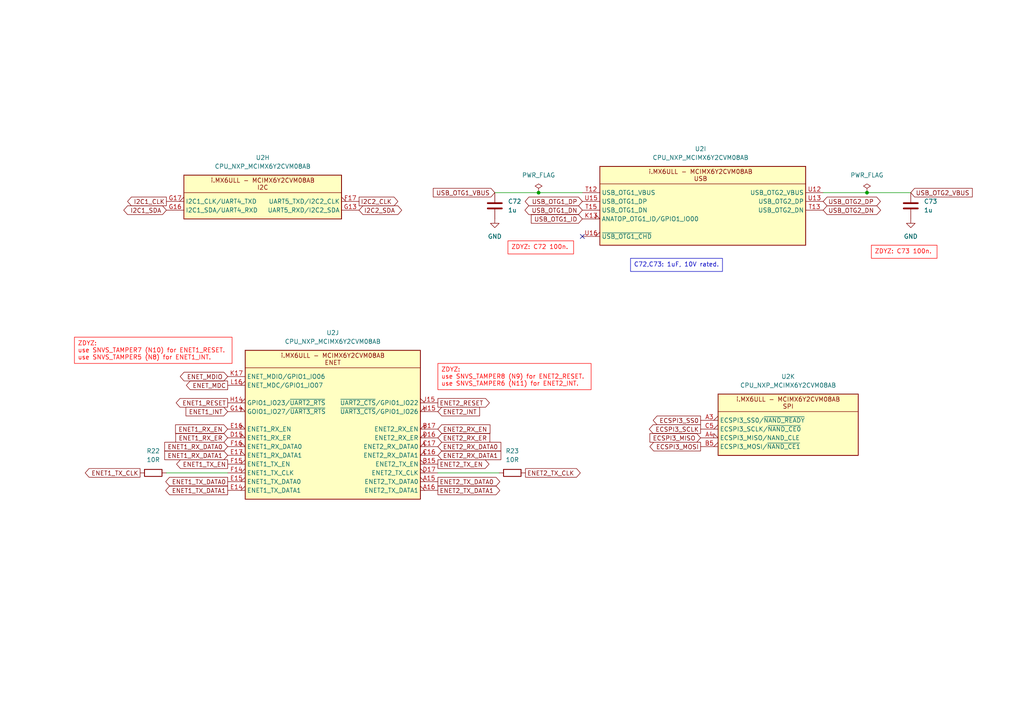
<source format=kicad_sch>
(kicad_sch (version 20231120) (generator "eeschema") (generator_version "8.0")
  (paper "A4")
  (title_block (title "i.MX6ULL Core - I2C USB ENET SPI") (date "2024-06-06") (rev "0.9.1"))
  (lib_symbols
    (symbol "Device:C" (pin_numbers hide) (pin_names (offset 0.254))
      (property "Reference" "C" (at 0.635 2.54 0))
      (property "Value" "C" (at 0.635 -2.54 0))
      (symbol "C_0_1"
        (polyline (pts (xy -2.032 -0.762) (xy 2.032 -0.762)) (stroke (width 0.508)))
        (polyline (pts (xy -2.032 0.762) (xy 2.032 0.762)) (stroke (width 0.508)))
      )
      (symbol "C_1_1"
        (pin passive line (at 0 3.81 270) (length 2.794) (name "~") (number "1"))
        (pin passive line (at 0 -3.81 90) (length 2.794) (name "~") (number "2"))
      )
    )
    (symbol "Device:R" (pin_numbers hide) (pin_names (offset 0))
      (property "Reference" "R" (at 2.032 0 90))
      (property "Value" "R" (at 0 0 90))
      (symbol "R_0_1"
        (rectangle (start -1.016 -2.54) (end 1.016 2.54) (stroke (width 0.254)))
      )
      (symbol "R_1_1"
        (pin passive line (at 0 3.81 270) (length 1.27) (name "~") (number "1"))
        (pin passive line (at 0 -3.81 90) (length 1.27) (name "~") (number "2"))
      )
    )
    (symbol "i.MX6ULL_Core:CPU_NXP_MCIMX6Y2CVM08AB"
      (property "Reference" "U" (at 0 0 0))
      (property "Value" "CPU_NXP_MCIMX6Y2CVM08AB" (at 0 54.61 0))
      (symbol "CPU_NXP_MCIMX6Y2CVM08AB_1_1"
        (unit_name "Unit A - PWR")
        (rectangle (start -20.32 44.45) (end 20.32 -44.45) (stroke (width 0.254)) (fill (type background)))
        (polyline (pts (xy -20.32 -36.83) (xy 20.32 -36.83)))
        (polyline (pts (xy -20.32 -27.94) (xy 20.32 -27.94)))
        (polyline (pts (xy -20.32 -6.35) (xy 20.32 -6.35)))
        (polyline (pts (xy -20.32 0) (xy 20.32 0)))
        (polyline (pts (xy -20.32 8.89) (xy 20.32 8.89)))
        (polyline (pts (xy -20.32 15.24) (xy 20.32 15.24)))
        (polyline (pts (xy -20.32 24.13) (xy 20.32 24.13)))
        (polyline (pts (xy -20.32 33.02) (xy 20.32 33.02)))
        (polyline (pts (xy -20.32 39.37) (xy 20.32 39.37)))
        (text "10pin" (at 5.08 20.32 0) (effects (font (size 1.27 1.27)) (justify right)))
        (text "2pin" (at 5.08 29.21 0) (effects (font (size 1.27 1.27)) (justify right)))
        (text "47pin" (at -15.24 -34.29 0) (effects (font (size 1.27 1.27)) (justify left)))
        (text "4pin" (at 5.08 17.78 0) (effects (font (size 1.27 1.27)) (justify right)))
        (text "6pin" (at -7.62 11.43 0) (effects (font (size 1.27 1.27)) (justify left)))
        (text "6pin" (at -7.62 20.32 0) (effects (font (size 1.27 1.27)) (justify left)))
        (text "ADC" (at 0 7.62 0) (effects (font (size 1.27 1.27))))
        (text "DRAM" (at 0 13.97 0) (effects (font (size 1.27 1.27))))
        (text "i.MX6ULL - MCIMX6Y2CVM08AB\nPWR" (at 0 41.91 0) (effects (font (size 1.27 1.27))))
        (text "LDO 2P5 1P1" (at 0 31.75 0) (effects (font (size 1.27 1.27))))
        (text private "NVCC_DRAM:\n	LPDDR2, 1.2V. DDR3L, 1.35V. DDR3, 1.5V\n\nNVCC_DRAM_2P5:\n	2.5V, Board-level connection to VDD_HIGH_CAP." (at 50.8 38.1 0) (effects (font (size 1.27 1.27)) (justify left top)))
        (text "LDO ARM SOC" (at 0 22.86 0) (effects (font (size 1.27 1.27))))
        (text "LDO SNVS" (at 0 38.1 0) (effects (font (size 1.27 1.27))))
        (text "NVCC_xxx" (at 0 -7.62 0) (effects (font (size 1.27 1.27))))
        (text private "Total: 92 pins." (at -20.32 45.72 0) (effects (font (size 1.27 1.27)) (justify left)))
        (text "Reserved" (at 0 -38.1 0) (effects (font (size 1.27 1.27))))
        (text "USB" (at 0 -1.27 0) (effects (font (size 1.27 1.27))))
        (text private "VDDA_ADC_3P3:\n	must be powered even\n	if the ADC is not used.\nADC_VREFH:\n	tied to VDDA_ADC_3P3.\n\nNGND_KEL0:\n	tied to GND.\n\nGPANIO:\n	reserved, unconnected." (at -76.2 38.1 0) (effects (font (size 1.27 1.27)) (justify left top)))
        (text "VSS" (at 0 -29.21 0) (effects (font (size 1.27 1.27))))
        (pin power_in line (at -25.4 -34.29 0) (length 5.08) (name "VSS") (number "A1"))
        (pin passive line (at -25.4 -34.29 0) (length 5.08) hide (name "VSS") (number "A17"))
        (pin passive line (at -25.4 -34.29 0) (length 5.08) hide (name "VSS") (number "C11"))
        (pin passive line (at -25.4 -34.29 0) (length 5.08) hide (name "VSS") (number "C15"))
        (pin passive line (at -25.4 -34.29 0) (length 5.08) hide (name "VSS") (number "C3"))
        (pin power_in line (at -25.4 -15.24 0) (length 5.08) (name "NVCC_SD1") (number "C4"))
        (pin passive line (at -25.4 -34.29 0) (length 5.08) hide (name "VSS") (number "C7"))
        (pin passive line (at -25.4 -34.29 0) (length 5.08) hide (name "VSS") (number "E11"))
        (pin power_in line (at -25.4 -20.32 0) (length 5.08) (name "NVCC_LCD") (number "E13"))
        (pin power_in line (at -25.4 -17.78 0) (length 5.08) (name "NVCC_NAND") (number "E7"))
        (pin passive line (at -25.4 -34.29 0) (length 5.08) hide (name "VSS") (number "E8"))
        (pin passive line (at -25.4 -34.29 0) (length 5.08) hide (name "VSS") (number "F10"))
        (pin passive line (at -25.4 -34.29 0) (length 5.08) hide (name "VSS") (number "F11"))
        (pin passive line (at -25.4 -34.29 0) (length 5.08) hide (name "VSS") (number "F12"))
        (pin power_in line (at -25.4 -22.86 0) (length 5.08) (name "NVCC_ENET") (number "F13"))
        (pin power_in line (at -25.4 -25.4 0) (length 5.08) (name "NVCC_CSI") (number "F4"))
        (pin passive line (at -25.4 -34.29 0) (length 5.08) hide (name "VSS") (number "F6"))
        (pin passive line (at -25.4 -34.29 0) (length 5.08) hide (name "VSS") (number "F7"))
        (pin passive line (at -25.4 -34.29 0) (length 5.08) hide (name "VSS") (number "F8"))
        (pin passive line (at -25.4 -34.29 0) (length 5.08) hide (name "VSS") (number "F9"))
        (pin passive line (at 25.4 17.78 180) (length 5.08) hide (name "VDD_ARM_CAP") (number "G10"))
        (pin passive line (at 25.4 17.78 180) (length 5.08) hide (name "VDD_ARM_CAP") (number "G11"))
        (pin passive line (at -25.4 -34.29 0) (length 5.08) hide (name "VSS") (number "G12"))
        (pin passive line (at -25.4 -34.29 0) (length 5.08) hide (name "VSS") (number "G15"))
        (pin passive line (at -25.4 -34.29 0) (length 5.08) hide (name "VSS") (number "G3"))
        (pin passive line (at -25.4 -34.29 0) (length 5.08) hide (name "VSS") (number "G5"))
        (pin power_in line (at -25.4 11.43 0) (length 5.08) (name "NVCC_DRAM") (number "G6"))
        (pin passive line (at -25.4 -34.29 0) (length 5.08) hide (name "VSS") (number "G7"))
        (pin power_out line (at 25.4 20.32 180) (length 5.08) (name "VDD_SOC_CAP") (number "G8"))
        (pin power_out line (at 25.4 17.78 180) (length 5.08) (name "VDD_ARM_CAP") (number "G9"))
        (pin passive line (at -25.4 20.32 0) (length 5.08) hide (name "VDD_SOC_IN") (number "H10"))
        (pin passive line (at 25.4 17.78 180) (length 5.08) hide (name "VDD_ARM_CAP") (number "H11"))
        (pin passive line (at -25.4 -34.29 0) (length 5.08) hide (name "VSS") (number "H12"))
        (pin power_in line (at -25.4 -10.16 0) (length 5.08) (name "NVCC_UART") (number "H13"))
        (pin passive line (at -25.4 11.43 0) (length 5.08) hide (name "NVCC_DRAM") (number "H6"))
        (pin passive line (at -25.4 -34.29 0) (length 5.08) hide (name "VSS") (number "H7"))
        (pin passive line (at 25.4 20.32 180) (length 5.08) hide (name "VDD_SOC_CAP") (number "H8"))
        (pin power_in line (at -25.4 20.32 0) (length 5.08) (name "VDD_SOC_IN") (number "H9"))
        (pin passive line (at -25.4 20.32 0) (length 5.08) hide (name "VDD_SOC_IN") (number "J10"))
        (pin passive line (at 25.4 20.32 180) (length 5.08) hide (name "VDD_SOC_CAP") (number "J11"))
        (pin passive line (at -25.4 -34.29 0) (length 5.08) hide (name "VSS") (number "J12"))
        (pin power_in line (at -25.4 -12.7 0) (length 5.08) (name "NVCC_GPIO") (number "J13"))
        (pin passive line (at -25.4 -34.29 0) (length 5.08) hide (name "VSS") (number "J5"))
        (pin passive line (at -25.4 11.43 0) (length 5.08) hide (name "NVCC_DRAM") (number "J6"))
        (pin passive line (at -25.4 -34.29 0) (length 5.08) hide (name "VSS") (number "J7"))
        (pin passive line (at 25.4 20.32 180) (length 5.08) hide (name "VDD_SOC_CAP") (number "J8"))
        (pin passive line (at -25.4 20.32 0) (length 5.08) hide (name "VDD_SOC_IN") (number "J9"))
        (pin passive line (at -25.4 20.32 0) (length 5.08) hide (name "VDD_SOC_IN") (number "K10"))
        (pin passive line (at 25.4 20.32 180) (length 5.08) hide (name "VDD_SOC_CAP") (number "K11"))
        (pin passive line (at -25.4 -34.29 0) (length 5.08) hide (name "VSS") (number "K12"))
        (pin passive line (at -25.4 11.43 0) (length 5.08) hide (name "NVCC_DRAM") (number "K6"))
        (pin passive line (at -25.4 -34.29 0) (length 5.08) hide (name "VSS") (number "K7"))
        (pin passive line (at 25.4 20.32 180) (length 5.08) hide (name "VDD_SOC_CAP") (number "K8"))
        (pin passive line (at -25.4 20.32 0) (length 5.08) hide (name "VDD_SOC_IN") (number "K9"))
        (pin passive line (at 25.4 20.32 180) (length 5.08) hide (name "VDD_SOC_CAP") (number "L10"))
        (pin passive line (at 25.4 20.32 180) (length 5.08) hide (name "VDD_SOC_CAP") (number "L11"))
        (pin passive line (at -25.4 -34.29 0) (length 5.08) hide (name "VSS") (number "L12"))
        (pin power_in line (at -25.4 5.08 0) (length 5.08) (name "VDDA_ADC_3P3") (number "L13"))
        (pin passive line (at -25.4 -34.29 0) (length 5.08) hide (name "VSS") (number "L3"))
        (pin passive line (at -25.4 11.43 0) (length 5.08) hide (name "NVCC_DRAM") (number "L6"))
        (pin passive line (at -25.4 -34.29 0) (length 5.08) hide (name "VSS") (number "L7"))
        (pin passive line (at 25.4 20.32 180) (length 5.08) hide (name "VDD_SOC_CAP") (number "L8"))
        (pin passive line (at 25.4 20.32 180) (length 5.08) hide (name "VDD_SOC_CAP") (number "L9"))
        (pin passive line (at -25.4 -34.29 0) (length 5.08) hide (name "VSS") (number "M10"))
        (pin passive line (at -25.4 -34.29 0) (length 5.08) hide (name "VSS") (number "M11"))
        (pin power_in line (at -25.4 -31.75 0) (length 5.08) (name "NGND_KEL0") (number "M12"))
        (pin power_in line (at -25.4 2.54 0) (length 5.08) (name "ADC_VREFH") (number "M13"))
        (pin passive line (at -25.4 11.43 0) (length 5.08) hide (name "NVCC_DRAM") (number "M6"))
        (pin passive line (at -25.4 -34.29 0) (length 5.08) hide (name "VSS") (number "M7"))
        (pin passive line (at -25.4 -34.29 0) (length 5.08) hide (name "VSS") (number "M8"))
        (pin passive line (at -25.4 -34.29 0) (length 5.08) hide (name "VSS") (number "M9"))
        (pin power_out line (at 25.4 35.56 180) (length 5.08) (name "VDD_SNVS_CAP") (number "N12"))
        (pin power_in line (at -25.4 29.21 0) (length 5.08) (name "VDD_HIGH_IN") (number "N13"))
        (pin passive line (at -25.4 -34.29 0) (length 5.08) hide (name "VSS") (number "N3"))
        (pin passive line (at -25.4 -34.29 0) (length 5.08) hide (name "VSS") (number "N5"))
        (pin power_in line (at 25.4 11.43 180) (length 5.08) (name "NVCC_DRAM_2P5") (number "N6"))
        (pin power_in line (at -25.4 35.56 0) (length 5.08) (name "VDD_SNVS_IN") (number "P12"))
        (pin power_out line (at 25.4 26.67 180) (length 5.08) (name "NVCC_PLL") (number "P13"))
        (pin passive line (at -25.4 -34.29 0) (length 5.08) hide (name "VSS") (number "R11"))
        (pin power_out line (at 25.4 -3.81 180) (length 5.08) (name "VDD_USB_CAP") (number "R12"))
        (pin no_connect line (at -25.4 -40.64 0) (length 5.08) (name "GPANAIO") (number "R13"))
        (pin power_out line (at 25.4 29.21 180) (length 5.08) (name "VDD_HIGH_CAP") (number "R14"))
        (pin passive line (at 25.4 29.21 180) (length 5.08) hide (name "VDD_HIGH_CAP") (number "R15"))
        (pin passive line (at -25.4 -34.29 0) (length 5.08) hide (name "VSS") (number "R16"))
        (pin passive line (at -25.4 -34.29 0) (length 5.08) hide (name "VSS") (number "R17"))
        (pin passive line (at -25.4 -34.29 0) (length 5.08) hide (name "VSS") (number "R3"))
        (pin passive line (at -25.4 -34.29 0) (length 5.08) hide (name "VSS") (number "R5"))
        (pin passive line (at -25.4 -34.29 0) (length 5.08) hide (name "VSS") (number "R7"))
        (pin passive line (at -25.4 -34.29 0) (length 5.08) hide (name "VSS") (number "T14"))
        (pin passive line (at -25.4 -34.29 0) (length 5.08) hide (name "VSS") (number "U1"))
        (pin passive line (at -25.4 -34.29 0) (length 5.08) hide (name "VSS") (number "U14"))
        (pin passive line (at -25.4 -34.29 0) (length 5.08) hide (name "VSS") (number "U17"))
      )
      (symbol "CPU_NXP_MCIMX6Y2CVM08AB_2_1"
        (unit_name "Unit B - OSC/BOOT")
        (rectangle (start -20.32 22.86) (end 20.32 -22.86) (stroke (width 0.254)) (fill (type background)))
        (polyline (pts (xy -20.32 -16.51) (xy 20.32 -16.51)))
        (polyline (pts (xy -20.32 -7.62) (xy 20.32 -7.62)))
        (polyline (pts (xy -20.32 1.27) (xy 20.32 1.27)))
        (polyline (pts (xy -20.32 17.78) (xy 20.32 17.78)))
        (text private "CCM_CLK1_P, CCM_CLK1_N:\n	unconnected if not used.\n\n~{POR}:\n	internal 100k pull up.\nONOFF:\n	internal 100k pull up, pull down to reset chip." (at 38.1 12.7 0) (effects (font (size 1.27 1.27)) (justify left top)))
        (text "BOOT" (at 0 0 0) (effects (font (size 1.27 1.27))))
        (text "i.MX6ULL - MCIMX6Y2CVM08AB\nOSC/BOOT" (at 0 20.32 0) (effects (font (size 1.27 1.27))))
        (text "OSC" (at 0 16.51 0) (effects (font (size 1.27 1.27))))
        (text private "Total: 13 pins." (at -20.32 24.13 0) (effects (font (size 1.27 1.27)) (justify left)))
        (text private "XTALI, XTALO:\n	24MHz.\nRTC_XTALI, RTC_XTALO:\n	32.768kHz.\n\nBOOT_MODE1,BOOT_MODE0:\n	internal 100k pull down.\n00: efuse.\n01: serial download.\n10: internal boot.\n11: reserved.\n\nTEST_MODE:\n	reserved,\n	unconnected or tied to GND." (at -76.2 12.7 0) (effects (font (size 1.27 1.27)) (justify left top)))
        (text "Reserved" (at 0 -17.78 0) (effects (font (size 1.27 1.27))))
        (text "SNVS/CCM" (at 0 -8.89 0) (effects (font (size 1.27 1.27))))
        (pin no_connect line (at -25.4 -20.32 0) (length 5.08) (name "TEST_MODE") (number "N7"))
        (pin output output_low (at 25.4 11.43 180) (length 5.08) (name "CCM_CLK1_N") (number "P16"))
        (pin input input_low (at 25.4 13.97 180) (length 5.08) (name "CCM_CLK1_P") (number "P17"))
        (pin input input_low (at 25.4 -2.54 180) (length 5.08) (name "~{POR}") (number "P8"))
        (pin input input_low (at 25.4 -5.08 180) (length 5.08) (name "ONOFF") (number "R8"))
        (pin input input_low (at -25.4 -5.08 0) (length 5.08) (name "BOOT_MODE0") (number "T10"))
        (pin input input_low (at -25.4 6.35 0) (length 5.08) (name "RTC_XTALI") (number "T11"))
        (pin input input_low (at -25.4 13.97 0) (length 5.08) (name "XTALI") (number "T16"))
        (pin output output_low (at -25.4 11.43 0) (length 5.08) (name "XTALO") (number "T17"))
        (pin output output_low (at -25.4 -11.43 0) (length 5.08) (name "SNVS_PMIC_ON_REQ") (number "T9"))
        (pin input input_low (at -25.4 -2.54 0) (length 5.08) (name "BOOT_MODE1") (number "U10"))
        (pin output output_low (at -25.4 3.81 0) (length 5.08) (name "RTC_XTALO") (number "U11"))
        (pin output output_low (at -25.4 -13.97 0) (length 5.08) (name "CCM_PMIC_STBY_REQ") (number "U9"))
      )
      (symbol "CPU_NXP_MCIMX6Y2CVM08AB_3_1"
        (unit_name "Unit C - DRAM")
        (rectangle (start -20.32 46.99) (end 20.32 -46.99) (stroke (width 0.254)) (fill (type background)))
        (polyline (pts (xy -20.32 41.91) (xy 20.32 41.91)))
        (text private "DRAM_VREF:\n	must be half of NVCC_DRAM.\n	Use a 1 kohm 0.5% resistor to GND and a 1 kohm 0.5%\n	resistor to NVCC_DRAM. Shunt each resistor with a\n	closely-mounted 0.1 uF capacitor." (at -101.6 38.1 0) (effects (font (size 1.27 1.27)) (justify left top)))
        (text private "Total: 55 pins." (at -20.32 48.26 0) (effects (font (size 1.27 1.27)) (justify left)))
        (text "i.MX6ULL - MCIMX6Y2CVM08AB\nDRAM" (at 0 44.45 0) (effects (font (size 1.27 1.27))))
        (pin output output_low (at 25.4 24.13 180) (length 5.08) (name "DRAM_ODT1") (number "F1"))
        (pin output output_low (at -25.4 -24.13 0) (length 5.08) (name "DRAM_ADDR14") (number "G1"))
        (pin output output_low (at -25.4 -1.27 0) (length 5.08) (name "DRAM_ADDR06") (number "G2"))
        (pin output output_low (at -25.4 29.21 0) (length 5.08) (name "DRAM_RESET") (number "G4"))
        (pin output output_low (at -25.4 -34.29 0) (length 5.08) (name "DRAM_SDBA1") (number "H1"))
        (pin output output_low (at -25.4 11.43 0) (length 5.08) (name "DRAM_ADDR01") (number "H2"))
        (pin output output_low (at -25.4 -21.59 0) (length 5.08) (name "DRAM_ADDR13") (number "H3"))
        (pin output output_low (at -25.4 -3.81 0) (length 5.08) (name "DRAM_ADDR07") (number "H4"))
        (pin output output_low (at -25.4 31.75 0) (length 5.08) (name "~{DRAM_CS1}") (number "H5"))
        (pin output output_low (at 25.4 29.21 180) (length 5.08) (name "~{DRAM_SDWE}") (number "J1"))
        (pin output output_low (at 25.4 31.75 180) (length 5.08) (name "~{DRAM_CAS}") (number "J2"))
        (pin output output_low (at -25.4 24.13 0) (length 5.08) (name "DRAM_SDCKE1") (number "J3"))
        (pin output output_low (at -25.4 -8.89 0) (length 5.08) (name "DRAM_ADDR08") (number "J4"))
        (pin output output_low (at -25.4 8.89 0) (length 5.08) (name "DRAM_ADDR02") (number "K1"))
        (pin output output_low (at -25.4 -36.83 0) (length 5.08) (name "DRAM_SDBA2") (number "K2"))
        (pin output output_low (at -25.4 -16.51 0) (length 5.08) (name "DRAM_ADDR11") (number "K3"))
        (pin output output_low (at -25.4 3.81 0) (length 5.08) (name "DRAM_ADDR04") (number "K4"))
        (pin output output_low (at -25.4 -26.67 0) (length 5.08) (name "DRAM_ADDR15") (number "K5"))
        (pin output output_low (at -25.4 1.27 0) (length 5.08) (name "DRAM_ADDR05") (number "L1"))
        (pin output output_low (at -25.4 -11.43 0) (length 5.08) (name "DRAM_ADDR09") (number "L2"))
        (pin output output_low (at -25.4 -19.05 0) (length 5.08) (name "DRAM_ADDR12") (number "L4"))
        (pin output output_low (at -25.4 13.97 0) (length 5.08) (name "DRAM_ADDR00") (number "L5"))
        (pin output output_low (at -25.4 -31.75 0) (length 5.08) (name "DRAM_SDBA0") (number "M1"))
        (pin output output_low (at -25.4 6.35 0) (length 5.08) (name "DRAM_ADDR03") (number "M2"))
        (pin output output_low (at -25.4 26.67 0) (length 5.08) (name "DRAM_SDCKE0") (number "M3"))
        (pin output output_low (at -25.4 -13.97 0) (length 5.08) (name "DRAM_ADDR10") (number "M4"))
        (pin output output_low (at 25.4 34.29 180) (length 5.08) (name "~{DRAM_RAS}") (number "M5"))
        (pin output output_low (at 25.4 26.67 180) (length 5.08) (name "DRAM_ODT0") (number "N1"))
        (pin output output_low (at -25.4 34.29 0) (length 5.08) (name "~{DRAM_CS0}") (number "N2"))
        (pin passive output_low (at 25.4 21.59 180) (length 5.08) (name "DRAM_ZQPAD") (number "N4"))
        (pin output output_low (at -25.4 21.59 0) (length 5.08) (name "DRAM_SDCLK0+") (number "P1"))
        (pin output output_low (at -25.4 19.05 0) (length 5.08) (name "DRAM_SDCLK0-") (number "P2"))
        (pin bidirectional line (at 25.4 -21.59 180) (length 5.08) (name "DRAM_DATA13") (number "P3"))
        (pin power_in line (at -25.4 39.37 0) (length 5.08) (name "DRAM_VREF") (number "P4"))
        (pin bidirectional line (at 25.4 -19.05 180) (length 5.08) (name "DRAM_DATA12") (number "P5"))
        (pin bidirectional line (at 25.4 -31.75 180) (length 5.08) (name "DRAM_SDQS0+") (number "P6"))
        (pin bidirectional line (at 25.4 -34.29 180) (length 5.08) (name "DRAM_SDQS0-") (number "P7"))
        (pin bidirectional line (at 25.4 -26.67 180) (length 5.08) (name "DRAM_DATA15") (number "R1"))
        (pin bidirectional line (at 25.4 -24.13 180) (length 5.08) (name "DRAM_DATA14") (number "R2"))
        (pin bidirectional line (at 25.4 -16.51 180) (length 5.08) (name "DRAM_DATA11") (number "R4"))
        (pin bidirectional line (at 25.4 -36.83 180) (length 5.08) (name "DRAM_SDQS1+") (number "T1"))
        (pin bidirectional line (at 25.4 -39.37 180) (length 5.08) (name "DRAM_SDQS1-") (number "T2"))
        (pin bidirectional line (at 25.4 -44.45 180) (length 5.08) (name "DRAM_DQM1") (number "T3"))
        (pin bidirectional line (at 25.4 13.97 180) (length 5.08) (name "DRAM_DATA00") (number "T4"))
        (pin bidirectional line (at 25.4 -1.27 180) (length 5.08) (name "DRAM_DATA06") (number "T5"))
        (pin bidirectional line (at 25.4 8.89 180) (length 5.08) (name "DRAM_DATA02") (number "T6"))
        (pin bidirectional line (at 25.4 -41.91 180) (length 5.08) (name "DRAM_DQM0") (number "T7"))
        (pin bidirectional line (at 25.4 1.27 180) (length 5.08) (name "DRAM_DATA05") (number "T8"))
        (pin bidirectional line (at 25.4 -8.89 180) (length 5.08) (name "DRAM_DATA08") (number "U2"))
        (pin bidirectional line (at 25.4 -11.43 180) (length 5.08) (name "DRAM_DATA09") (number "U3"))
        (pin bidirectional line (at 25.4 -3.81 180) (length 5.08) (name "DRAM_DATA07") (number "U4"))
        (pin bidirectional line (at 25.4 -13.97 180) (length 5.08) (name "DRAM_DATA10") (number "U5"))
        (pin bidirectional line (at 25.4 11.43 180) (length 5.08) (name "DRAM_DATA01") (number "U6"))
        (pin bidirectional line (at 25.4 6.35 180) (length 5.08) (name "DRAM_DATA03") (number "U7"))
        (pin bidirectional line (at 25.4 3.81 180) (length 5.08) (name "DRAM_DATA04") (number "U8"))
      )
      (symbol "CPU_NXP_MCIMX6Y2CVM08AB_4_1"
        (unit_name "Unit D - SD/eMMC")
        (rectangle (start -25.4 22.86) (end 25.4 -22.86) (stroke (width 0.254)) (fill (type background)))
        (polyline (pts (xy -25.4 17.78) (xy 25.4 17.78)))
        (text private "NOTE:\n\nSD1 for eMMC, SD2 for SD card.\nSD card does not have RESET pin, so leave SD2_RESET unconnected.\nSD card does not have VSELECT pin, so give GPIO1_IO08 to LCD as PWM.\nIf you do not use dual-power for eMMC (VDDQ 1.8V), leave SD1_VSELECT unconnected.\nConnect a 22R(or 10R) resistor in series on SDn_CLK and SDn_CMD, close to host, for impedance matching.\nboot ROM uses SDn_CMD and SDn_DATA0 without internal pull-up configured, so pull them up to 3.3V via 10k.\nSD2 is in NVCC_NAND domain, power it to 3.3V." (at -38.1 -25.4 0) (effects (font (size 1.27 1.27)) (justify left top)))
        (text "i.MX6ULL - MCIMX6Y2CVM08AB\nSD/eMMC" (at 0 20.32 0) (effects (font (size 1.27 1.27))))
        (text private "Total: 21 pins." (at -25.4 24.13 0) (effects (font (size 1.27 1.27)) (justify left)))
        (pin bidirectional line (at -30.48 -5.08 0) (length 5.08) (name "SD1_DATA3") (number "A2"))
        (pin bidirectional line (at 30.48 -12.7 180) (length 5.08) (name "NAND_DATA07/SD2_DATA7") (number "A5"))
        (pin bidirectional line (at 30.48 -10.16 180) (length 5.08) (name "NAND_DATA06/SD2_DATA6") (number "A6"))
        (pin bidirectional line (at 30.48 0 180) (length 5.08) (name "NAND_DATA02/SD2_DATA2") (number "A7"))
        (pin bidirectional line (at -30.48 -2.54 0) (length 5.08) (name "SD1_DATA2") (number "B1"))
        (pin bidirectional line (at -30.48 0 0) (length 5.08) (name "SD1_DATA1") (number "B2"))
        (pin bidirectional line (at -30.48 2.54 0) (length 5.08) (name "SD1_DATA0") (number "B3"))
        (pin output output_low (at 30.48 15.24 180) (length 5.08) (name "NAND_ALE/SD2_RESET") (number "B4"))
        (pin bidirectional line (at 30.48 -7.62 180) (length 5.08) (name "NAND_DATA05/SD2_DATA5") (number "B6"))
        (pin bidirectional line (at 30.48 2.54 180) (length 5.08) (name "NAND_DATA01/SD2_DATA1") (number "B7"))
        (pin output output_low (at -30.48 10.16 0) (length 5.08) (name "SD1_CLK") (number "C1"))
        (pin bidirectional line (at -30.48 7.62 0) (length 5.08) (name "SD1_CMD") (number "C2"))
        (pin bidirectional line (at 30.48 -5.08 180) (length 5.08) (name "NAND_DATA04/SD2_DATA4") (number "C6"))
        (pin bidirectional line (at 30.48 10.16 180) (length 5.08) (name "~{NAND_WE}/SD2_CMD") (number "C8"))
        (pin output output_low (at 30.48 -20.32 180) (length 5.08) (name "~{NAND_WP}") (number "D5"))
        (pin bidirectional line (at 30.48 -2.54 180) (length 5.08) (name "NAND_DATA03/SD2_DATA3") (number "D6"))
        (pin bidirectional line (at 30.48 5.08 180) (length 5.08) (name "NAND_DATA00/SD2_DATA0") (number "D7"))
        (pin output output_low (at 30.48 12.7 180) (length 5.08) (name "~{NAND_RE}/SD2_CLK") (number "D8"))
        (pin bidirectional line (at 30.48 -17.78 180) (length 5.08) (name "NAND_DQS") (number "E6"))
        (pin input input_low (at -30.48 12.7 0) (length 5.08) (name "~{UART1_RTS}/~{SD1_CD}") (number "J14"))
        (pin output output_low (at -30.48 15.24 0) (length 5.08) (name "GPIO1_IO05/SD1_VSELECT") (number "M17"))
      )
      (symbol "CPU_NXP_MCIMX6Y2CVM08AB_5_1"
        (unit_name "Unit E - UART")
        (rectangle (start -20.32 10.16) (end 20.32 -10.16) (stroke (width 0.254)) (fill (type background)))
        (polyline (pts (xy -20.32 5.08) (xy 20.32 5.08)))
        (text "i.MX6ULL - MCIMX6Y2CVM08AB\nUART" (at 0 7.62 0) (effects (font (size 1.27 1.27))))
        (text private "Total: 6 pins." (at -20.32 11.43 0) (effects (font (size 1.27 1.27)) (justify left)))
        (pin input input_low (at 25.4 -7.62 180) (length 5.08) (name "UART3_RXD") (number "H16"))
        (pin output output_low (at 25.4 -5.08 180) (length 5.08) (name "UART3_TXD") (number "H17"))
        (pin input input_low (at 25.4 0 180) (length 5.08) (name "UART2_RXD") (number "J16"))
        (pin output output_low (at 25.4 2.54 180) (length 5.08) (name "UART2_TXD") (number "J17"))
        (pin output output_low (at -25.4 2.54 0) (length 5.08) (name "UART1_TXD") (number "K14"))
        (pin input input_low (at -25.4 0 0) (length 5.08) (name "UART1_RXD") (number "K16"))
      )
      (symbol "CPU_NXP_MCIMX6Y2CVM08AB_6_1"
        (unit_name "Unit F - LCD/TSC")
        (rectangle (start -20.32 45.72) (end 20.32 -45.72) (stroke (width 0.254)) (fill (type background)))
        (polyline (pts (xy -20.32 -35.56) (xy 20.32 -35.56)))
        (polyline (pts (xy -20.32 -29.21) (xy 20.32 -29.21)))
        (polyline (pts (xy -20.32 40.64) (xy 20.32 40.64)))
        (text "Backlight" (at 0 -30.48 0) (effects (font (size 1.27 1.27))))
        (text "i.MX6ULL - MCIMX6Y2CVM08AB\nLCD/TSC" (at 0 43.18 0) (effects (font (size 1.27 1.27))))
        (text private "LCD_CLK:\n	pixel clock\nLCD_HSYNC:\n	horizontal sync\nLCD_VSYNC:\n	vertical sync\n\nPWM1_OUT:\n	LCD background light brightness adjust.\n	Its power domain is NVCC_GPIO.\n\nGPIO1_IO02:\n	configured as GPIO for touch screen IC reset.\nGPIO1_IO09:\n	configured as GPIO for touch screen IC interrupt." (at 50.8 25.4 0) (effects (font (size 1.27 1.27)) (justify left top)))
        (text private "Total: 32 pins." (at -20.32 46.99 0) (effects (font (size 1.27 1.27)) (justify left)))
        (text "LCD" (at 0 39.37 0) (effects (font (size 1.27 1.27))))
        (text "Touch Screen IC" (at 0 -36.83 0) (effects (font (size 1.27 1.27))))
        (pin output output_low (at -25.4 21.59 0) (length 5.08) (name "LCD_DATA06") (number "A10"))
        (pin output output_low (at -25.4 11.43 0) (length 5.08) (name "LCD_DATA09") (number "A11"))
        (pin output output_low (at -25.4 -1.27 0) (length 5.08) (name "LCD_DATA14") (number "A12"))
        (pin output output_low (at -25.4 -13.97 0) (length 5.08) (name "LCD_DATA18") (number "A13"))
        (pin output output_low (at -25.4 -24.13 0) (length 5.08) (name "LCD_DATA22") (number "A14"))
        (pin output output_low (at 25.4 26.67 180) (length 5.08) (name "LCD_CLK") (number "A8"))
        (pin output output_low (at -25.4 34.29 0) (length 5.08) (name "LCD_DATA01") (number "A9"))
        (pin output output_low (at -25.4 24.13 0) (length 5.08) (name "LCD_DATA05") (number "B10"))
        (pin output output_low (at -25.4 13.97 0) (length 5.08) (name "LCD_DATA08") (number "B11"))
        (pin output output_low (at -25.4 1.27 0) (length 5.08) (name "LCD_DATA13") (number "B12"))
        (pin output output_low (at -25.4 -11.43 0) (length 5.08) (name "LCD_DATA17") (number "B13"))
        (pin output output_low (at -25.4 -21.59 0) (length 5.08) (name "LCD_DATA21") (number "B14"))
        (pin output output_low (at -25.4 -26.67 0) (length 5.08) (name "LCD_DATA23") (number "B16"))
        (pin output output_low (at 25.4 36.83 180) (length 5.08) (name "LCD_ENABLE") (number "B8"))
        (pin output output_low (at -25.4 36.83 0) (length 5.08) (name "LCD_DATA00") (number "B9"))
        (pin output output_low (at -25.4 26.67 0) (length 5.08) (name "LCD_DATA04") (number "C10"))
        (pin output output_low (at -25.4 3.81 0) (length 5.08) (name "LCD_DATA12") (number "C12"))
        (pin output output_low (at -25.4 -8.89 0) (length 5.08) (name "LCD_DATA16") (number "C13"))
        (pin output output_low (at -25.4 -19.05 0) (length 5.08) (name "LCD_DATA20") (number "C14"))
        (pin output output_low (at 25.4 21.59 180) (length 5.08) (name "LCD_VSYNC") (number "C9"))
        (pin output output_low (at -25.4 29.21 0) (length 5.08) (name "LCD_DATA03") (number "D10"))
        (pin output output_low (at -25.4 19.05 0) (length 5.08) (name "LCD_DATA07") (number "D11"))
        (pin output output_low (at -25.4 6.35 0) (length 5.08) (name "LCD_DATA11") (number "D12"))
        (pin output output_low (at -25.4 -3.81 0) (length 5.08) (name "LCD_DATA15") (number "D13"))
        (pin output output_low (at -25.4 -16.51 0) (length 5.08) (name "LCD_DATA19") (number "D14"))
        (pin output output_low (at 25.4 24.13 180) (length 5.08) (name "LCD_HSYNC") (number "D9"))
        (pin output output_low (at -25.4 31.75 0) (length 5.08) (name "LCD_DATA02") (number "E10"))
        (pin output output_low (at -25.4 8.89 0) (length 5.08) (name "LCD_DATA10") (number "E12"))
        (pin output output_low (at 25.4 31.75 180) (length 5.08) (name "LCD_RESET") (number "E9"))
        (pin output output_low (at 25.4 -39.37 180) (length 5.08) (name "GPIO1_IO02") (number "L14"))
        (pin input input_low (at 25.4 -41.91 180) (length 5.08) (name "GPIO1_IO09") (number "M15"))
        (pin output output_low (at 25.4 -33.02 180) (length 5.08) (name "GPIO1_IO08/PWM1_OUT") (number "N17"))
      )
      (symbol "CPU_NXP_MCIMX6Y2CVM08AB_7_1"
        (unit_name "Unit G - CSI")
        (rectangle (start -20.32 13.97) (end 20.32 -13.97) (stroke (width 0.254)) (fill (type background)))
        (polyline (pts (xy -20.32 8.89) (xy 20.32 8.89)))
        (text private "GPIO1_IO04:\n	configured as GPIO for CSI power down.\n~{UART1_RTS}/GPIO1_IO19:\n	configured as GPIO for CSI reset.\n\nCSI_MCLK:\n	master clock, i.MX -> camera\nCSI_PIXCLK:\n	pixel clock, camera -> i.MX\nCSI_HSYNC:\n	horizontal sync, camera -> i.MX\nCSI_VSYNC:\n	vertical sync, camera -> i.MX" (at 38.1 12.7 0) (effects (font (size 1.27 1.27)) (justify left top)))
        (text private "Total: 13 pins." (at -20.32 15.24 0) (effects (font (size 1.27 1.27)) (justify left)))
        (text "i.MX6ULL - MCIMX6Y2CVM08AB\nCSI" (at 0 11.43 0) (effects (font (size 1.27 1.27))))
        (pin input input_low (at -25.4 -11.43 0) (length 5.08) (name "CSI_DATA07") (number "D1"))
        (pin input input_low (at -25.4 -8.89 0) (length 5.08) (name "CSI_DATA06") (number "D2"))
        (pin input input_low (at -25.4 -6.35 0) (length 5.08) (name "CSI_DATA05") (number "D3"))
        (pin input input_low (at -25.4 -3.81 0) (length 5.08) (name "CSI_DATA04") (number "D4"))
        (pin input input_low (at -25.4 -1.27 0) (length 5.08) (name "CSI_DATA03") (number "E1"))
        (pin input input_low (at -25.4 1.27 0) (length 5.08) (name "CSI_DATA02") (number "E2"))
        (pin input input_low (at -25.4 3.81 0) (length 5.08) (name "CSI_DATA01") (number "E3"))
        (pin input input_low (at -25.4 6.35 0) (length 5.08) (name "CSI_DATA00") (number "E4"))
        (pin input input_low (at 25.4 -6.35 180) (length 5.08) (name "CSI_PIXCLK") (number "E5"))
        (pin input input_low (at 25.4 -11.43 180) (length 5.08) (name "CSI_VSYNC") (number "F2"))
        (pin input input_low (at 25.4 -8.89 180) (length 5.08) (name "CSI_HSYNC") (number "F3"))
        (pin output output_low (at 25.4 -3.81 180) (length 5.08) (name "CSI_MCLK") (number "F5"))
        (pin output output_low (at 25.4 3.81 180) (length 5.08) (name "~{UART1_CTS}/GPIO1_IO18") (number "K15"))
        (pin output output_low (at 25.4 6.35 180) (length 5.08) (name "GPIO1_IO04") (number "M16"))
      )
      (symbol "CPU_NXP_MCIMX6Y2CVM08AB_8_1"
        (unit_name "Unit H - I2C")
        (rectangle (start -22.86 6.35) (end 22.86 -6.35) (stroke (width 0.254)) (fill (type background)))
        (polyline (pts (xy -22.86 1.27) (xy 22.86 1.27)))
        (text private "I2C1:\n	free use.\nI2C2:\n	mount touch screen IC and CSI." (at -19.05 -12.7 0) (effects (font (size 1.27 1.27)) (justify left top)))
        (text "i.MX6ULL - MCIMX6Y2CVM08AB\nI2C" (at 0 3.81 0) (effects (font (size 1.27 1.27))))
        (text private "Total: 4 pins." (at -22.86 7.62 0) (effects (font (size 1.27 1.27)) (justify left)))
        (pin output output_low (at 27.94 -1.27 180) (length 5.08) (name "UART5_TXD/I2C2_CLK") (number "F17"))
        (pin bidirectional line (at 27.94 -3.81 180) (length 5.08) (name "UART5_RXD/I2C2_SDA") (number "G13"))
        (pin bidirectional line (at -27.94 -3.81 0) (length 5.08) (name "I2C1_SDA/UART4_RXD") (number "G16"))
        (pin output output_low (at -27.94 -1.27 0) (length 5.08) (name "I2C1_CLK/UART4_TXD") (number "G17"))
      )
      (symbol "CPU_NXP_MCIMX6Y2CVM08AB_9_1"
        (unit_name "Unit I - USB")
        (rectangle (start -29.21 11.43) (end 30.48 -11.43) (stroke (width 0.254)) (fill (type background)))
        (polyline (pts (xy -29.21 6.35) (xy 30.48 6.35)))
        (text "i.MX6ULL - MCIMX6Y2CVM08AB\nUSB" (at 0 8.89 0) (effects (font (size 1.27 1.27))))
        (text private "Total: 8 pins." (at -29.21 12.7 0) (effects (font (size 1.27 1.27)) (justify left)))
        (text private "USB1:\n	OTG.\nUSB2:\n	OTG." (at -5.08 -17.78 0) (effects (font (size 1.27 1.27)) (justify left top)))
        (text private "~{USB_OTG1_CHD}\n	not used." (at -63.5 -7.62 0) (effects (font (size 1.27 1.27)) (justify left top)))
        (pin input input_low (at -34.29 -3.81 0) (length 5.08) (name "ANATOP_OTG1_ID/GPIO1_IO00") (number "K13"))
        (pin power_in line (at -34.29 3.81 0) (length 5.08) (name "USB_OTG1_VBUS") (number "T12"))
        (pin bidirectional line (at 35.56 -1.27 180) (length 5.08) (name "USB_OTG2_DN") (number "T13"))
        (pin bidirectional line (at -34.29 -1.27 0) (length 5.08) (name "USB_OTG1_DN") (number "T15"))
        (pin power_in line (at 35.56 3.81 180) (length 5.08) (name "USB_OTG2_VBUS") (number "U12"))
        (pin bidirectional line (at 35.56 1.27 180) (length 5.08) (name "USB_OTG2_DP") (number "U13"))
        (pin bidirectional line (at -34.29 1.27 0) (length 5.08) (name "USB_OTG1_DP") (number "U15"))
        (pin output output_low (at -34.29 -8.89 0) (length 5.08) (name "~{USB_OTG1_CHD}") (number "U16"))
      )
      (symbol "CPU_NXP_MCIMX6Y2CVM08AB_10_1"
        (unit_name "Unit J - ENET")
        (rectangle (start -25.4 21.59) (end 25.4 -21.59) (stroke (width 0.254)) (fill (type background)))
        (polyline (pts (xy -25.4 16.51) (xy 25.4 16.51)))
        (text private "GPIO1_IO23/~{UART2_RTS}:\n	ENET IC reset.\nGOIO1_IO27/~{UART3_RTS}:\n	ENET IC interrupt." (at -76.2 12.7 0) (effects (font (size 1.27 1.27)) (justify left top)))
        (text private "Total: 22 pins." (at -25.4 22.86 0) (effects (font (size 1.27 1.27)) (justify left)))
        (text private "~{UART2_CTS}/GPIO1_IO22:\n	ENET IC reset.\n~{UART3_CTS}/GPIO1_IO26:\n	ENET IC interrupt." (at 50.8 12.7 0) (effects (font (size 1.27 1.27)) (justify left top)))
        (text "i.MX6ULL - MCIMX6Y2CVM08AB\nENET" (at 0 19.05 0) (effects (font (size 1.27 1.27))))
        (pin output output_low (at 30.48 -16.51 180) (length 5.08) (name "ENET2_TX_DATA0") (number "A15"))
        (pin output output_low (at 30.48 -19.05 180) (length 5.08) (name "ENET2_TX_DATA1") (number "A16"))
        (pin output output_low (at 30.48 -11.43 180) (length 5.08) (name "ENET2_TX_EN") (number "B15"))
        (pin input input_low (at 30.48 -1.27 180) (length 5.08) (name "ENET2_RX_EN") (number "B17"))
        (pin input input_low (at 30.48 -8.89 180) (length 5.08) (name "ENET2_RX_DATA1") (number "C16"))
        (pin input input_low (at 30.48 -6.35 180) (length 5.08) (name "ENET2_RX_DATA0") (number "C17"))
        (pin input input_low (at -30.48 -3.81 0) (length 5.08) (name "ENET1_RX_ER") (number "D15"))
        (pin input input_low (at 30.48 -3.81 180) (length 5.08) (name "ENET2_RX_ER") (number "D16"))
        (pin output output_low (at 30.48 -13.97 180) (length 5.08) (name "ENET2_TX_CLK") (number "D17"))
        (pin output output_low (at -30.48 -19.05 0) (length 5.08) (name "ENET1_TX_DATA1") (number "E14"))
        (pin output output_low (at -30.48 -16.51 0) (length 5.08) (name "ENET1_TX_DATA0") (number "E15"))
        (pin input input_low (at -30.48 -1.27 0) (length 5.08) (name "ENET1_RX_EN") (number "E16"))
        (pin input input_low (at -30.48 -8.89 0) (length 5.08) (name "ENET1_RX_DATA1") (number "E17"))
        (pin output output_low (at -30.48 -13.97 0) (length 5.08) (name "ENET1_TX_CLK") (number "F14"))
        (pin output output_low (at -30.48 -11.43 0) (length 5.08) (name "ENET1_TX_EN") (number "F15"))
        (pin input input_low (at -30.48 -6.35 0) (length 5.08) (name "ENET1_RX_DATA0") (number "F16"))
        (pin input input_low (at -30.48 3.81 0) (length 5.08) (name "GOIO1_IO27/~{UART3_RTS}") (number "G14"))
        (pin output output_low (at -30.48 6.35 0) (length 5.08) (name "GPIO1_IO23/~{UART2_RTS}") (number "H14"))
        (pin input input_low (at 30.48 3.81 180) (length 5.08) (name "~{UART3_CTS}/GPIO1_IO26") (number "H15"))
        (pin output output_low (at 30.48 6.35 180) (length 5.08) (name "~{UART2_CTS}/GPIO1_IO22") (number "J15"))
        (pin bidirectional line (at -30.48 13.97 0) (length 5.08) (name "ENET_MDIO/GPIO1_IO06") (number "K17"))
        (pin output output_low (at -30.48 11.43 0) (length 5.08) (name "ENET_MDC/GPIO1_IO07") (number "L16"))
      )
      (symbol "CPU_NXP_MCIMX6Y2CVM08AB_11_1"
        (unit_name "Unit K - SPI")
        (rectangle (start -20.32 8.89) (end 20.32 -8.89) (stroke (width 0.254)) (fill (type background)))
        (polyline (pts (xy -20.32 3.81) (xy 20.32 3.81)))
        (text "i.MX6ULL - MCIMX6Y2CVM08AB\nSPI" (at 0 6.35 0) (effects (font (size 1.27 1.27))))
        (text private "Total: 4 pins." (at -20.32 10.16 0) (effects (font (size 1.27 1.27)) (justify left)))
        (pin output output_low (at -25.4 1.27 0) (length 5.08) (name "ECSPI3_SS0/~{NAND_READY}") (number "A3"))
        (pin input input_low (at -25.4 -3.81 0) (length 5.08) (name "ECSPI3_MISO/NAND_CLE") (number "A4"))
        (pin output output_low (at -25.4 -6.35 0) (length 5.08) (name "ECSPI3_MOSI/~{NAND_CE1}") (number "B5"))
        (pin output output_low (at -25.4 -1.27 0) (length 5.08) (name "ECSPI3_SCLK/~{NAND_CE0}") (number "C5"))
      )
      (symbol "CPU_NXP_MCIMX6Y2CVM08AB_12_1"
        (unit_name "Unit L - free use")
        (rectangle (start -20.32 16.51) (end 20.32 -16.51) (stroke (width 0.254)) (fill (type background)))
        (polyline (pts (xy -20.32 11.43) (xy 20.32 11.43)))
        (text "i.MX6ULL - MCIMX6Y2CVM08AB\nfree use" (at 0 13.97 0) (effects (font (size 1.27 1.27))))
        (text private "Total: 18 pins." (at -20.32 17.78 0) (effects (font (size 1.27 1.27)) (justify left)))
        (pin passive line (at -25.4 8.89 0) (length 5.08) (name "GPIO1_IO01") (number "L15"))
        (pin passive line (at -25.4 6.35 0) (length 5.08) (name "GPIO1_IO03") (number "L17"))
        (pin passive line (at -25.4 -3.81 0) (length 5.08) (name "JTAG_TCK") (number "M14"))
        (pin passive line (at 25.4 -8.89 180) (length 5.08) (name "SNVS_TAMPER7") (number "N10"))
        (pin passive line (at 25.4 -6.35 180) (length 5.08) (name "SNVS_TAMPER6") (number "N11"))
        (pin passive line (at -25.4 -13.97 0) (length 5.08) (name "~{JTAG_TRST}") (number "N14"))
        (pin passive line (at -25.4 -8.89 0) (length 5.08) (name "JTAG_TDO") (number "N15"))
        (pin passive line (at -25.4 -6.35 0) (length 5.08) (name "JTAG_TDI") (number "N16"))
        (pin passive line (at 25.4 -3.81 180) (length 5.08) (name "SNVS_TAMPER5") (number "N8"))
        (pin passive line (at 25.4 -11.43 180) (length 5.08) (name "SNVS_TAMPER8") (number "N9"))
        (pin passive line (at 25.4 1.27 180) (length 5.08) (name "SNVS_TAMPER3") (number "P10"))
        (pin passive line (at 25.4 3.81 180) (length 5.08) (name "SNVS_TAMPER2") (number "P11"))
        (pin passive line (at -25.4 -11.43 0) (length 5.08) (name "JTAG_TMS") (number "P14"))
        (pin passive line (at -25.4 -1.27 0) (length 5.08) (name "JTAG_MOD") (number "P15"))
        (pin passive line (at 25.4 -1.27 180) (length 5.08) (name "SNVS_TAMPER4") (number "P9"))
        (pin passive line (at 25.4 8.89 180) (length 5.08) (name "SNVS_TAMPER0") (number "R10"))
        (pin passive line (at 25.4 -13.97 180) (length 5.08) (name "SNVS_TAMPER9") (number "R6"))
        (pin passive line (at 25.4 6.35 180) (length 5.08) (name "SNVS_TAMPER1") (number "R9"))
      )
    )
    (symbol "power:GND" (power) (pin_numbers hide) (pin_names (offset 0) hide)
      (property "Value" "GND" (at 0 -3.81 0))
      (symbol "GND_0_1"
        (polyline (pts (xy 0 0) (xy 0 -1.27) (xy 1.27 -1.27) (xy 0 -2.54) (xy -1.27 -1.27) (xy 0 -1.27)))
      )
      (symbol "GND_1_1"
        (pin power_in line (at 0 0 270) (length 0) (name "~") (number "1"))
      )
    )
    (symbol "power:PWR_FLAG" (power) (pin_numbers hide) (pin_names (offset 0) hide)
      (property "Value" "PWR_FLAG" (at 0 3.81 0))
      (symbol "PWR_FLAG_0_0"
        (pin power_out line (at 0 0 90) (length 0) (name "~") (number "1"))
      )
      (symbol "PWR_FLAG_0_1"
        (polyline (pts (xy 0 0) (xy 0 1.27) (xy -1.016 1.905) (xy 0 2.54) (xy 1.016 1.905) (xy 0 1.27)))
      )
    )
  )
  (junction (at 251.46 55.88))
  (junction (at 156.21 55.88))
  (no_connect (at 168.91 68.58))
  (wire (pts (xy 156.21 55.88) (xy 168.91 55.88)))
  (wire (pts (xy 48.26 137.16) (xy 66.04 137.16)))
  (wire (pts (xy 264.16 55.88) (xy 251.46 55.88)))
  (wire (pts (xy 251.46 55.88) (xy 238.76 55.88)))
  (wire (pts (xy 144.78 137.16) (xy 127 137.16)))
  (wire (pts (xy 143.51 55.88) (xy 156.21 55.88)))
  (text_box "ZDYZ:\nuse SNVS_TAMPER8 (N9) for ENET2_RESET.\nuse SNVS_TAMPER6 (N11) for ENET2_INT." (at 127 105.41 0) (size 44.45 7.62) (stroke (width 0) (color 255 0 0 1)) (effects (font (size 1.27 1.27)) (justify left top)))
  (text_box "ZDYZ: C73 100n." (at 252.73 71.12 0) (size 19.05 3.81) (stroke (width 0) (color 255 0 0 1)) (effects (font (size 1.27 1.27)) (justify left top)))
  (text_box "C72,C73: 1uF, 10V rated." (at 182.88 74.93 0) (size 26.67 3.81) (effects (font (size 1.27 1.27)) (justify left top)))
  (text_box "ZDYZ: C72 100n." (at 147.32 69.85 0) (size 19.05 3.81) (stroke (width 0) (color 255 0 0 1)) (effects (font (size 1.27 1.27)) (justify left top)))
  (text_box "ZDYZ:\nuse SNVS_TAMPER7 (N10) for ENET1_RESET.\nuse SNVS_TAMPER5 (N8) for ENET1_INT." (at 21.59 97.79 0) (size 45.72 7.62) (stroke (width 0) (color 255 0 0 1)) (effects (font (size 1.27 1.27)) (justify left top)))
  (global_label "ENET2_TX_EN" (shape output) (at 127 134.62 0) (property "Intersheetrefs" "${INTERSHEET_REFS}" (effects (hide yes))))
  (global_label "ENET1_RX_DATA0" (shape input) (at 66.04 129.54 180) (property "Intersheetrefs" "${INTERSHEET_REFS}" (effects (hide yes))))
  (global_label "ECSPI3_SS0" (shape output) (at 203.2 121.92 180) (property "Intersheetrefs" "${INTERSHEET_REFS}" (effects (hide yes))))
  (global_label "USB_OTG2_DN" (shape bidirectional) (at 238.76 60.96 0) (property "Intersheetrefs" "${INTERSHEET_REFS}" (effects (hide yes))))
  (global_label "USB_OTG1_VBUS" (shape input) (at 143.51 55.88 180) (property "Intersheetrefs" "${INTERSHEET_REFS}" (effects (hide yes))))
  (global_label "ENET1_TX_DATA0" (shape output) (at 66.04 139.7 180) (property "Intersheetrefs" "${INTERSHEET_REFS}" (effects (hide yes))))
  (global_label "ECSPI3_MISO" (shape input) (at 203.2 127 180) (property "Intersheetrefs" "${INTERSHEET_REFS}" (effects (hide yes))))
  (global_label "ENET2_RX_DATA0" (shape input) (at 127 129.54 0) (property "Intersheetrefs" "${INTERSHEET_REFS}" (effects (hide yes))))
  (global_label "ENET1_RESET" (shape output) (at 66.04 116.84 180) (property "Intersheetrefs" "${INTERSHEET_REFS}" (effects (hide yes))))
  (global_label "ENET1_RX_EN" (shape input) (at 66.04 124.46 180) (property "Intersheetrefs" "${INTERSHEET_REFS}" (effects (hide yes))))
  (global_label "ENET2_TX_DATA0" (shape output) (at 127 139.7 0) (property "Intersheetrefs" "${INTERSHEET_REFS}" (effects (hide yes))))
  (global_label "ENET2_INT" (shape input) (at 127 119.38 0) (property "Intersheetrefs" "${INTERSHEET_REFS}" (effects (hide yes))))
  (global_label "ENET1_TX_EN" (shape output) (at 66.04 134.62 180) (property "Intersheetrefs" "${INTERSHEET_REFS}" (effects (hide yes))))
  (global_label "ENET1_TX_DATA1" (shape output) (at 66.04 142.24 180) (property "Intersheetrefs" "${INTERSHEET_REFS}" (effects (hide yes))))
  (global_label "I2C2_SDA" (shape bidirectional) (at 104.14 60.96 0) (property "Intersheetrefs" "${INTERSHEET_REFS}" (effects (hide yes))))
  (global_label "I2C1_SDA" (shape bidirectional) (at 48.26 60.96 180) (property "Intersheetrefs" "${INTERSHEET_REFS}" (effects (hide yes))))
  (global_label "ENET_MDIO" (shape bidirectional) (at 66.04 109.22 180) (property "Intersheetrefs" "${INTERSHEET_REFS}" (effects (hide yes))))
  (global_label "USB_OTG2_DP" (shape bidirectional) (at 238.76 58.42 0) (property "Intersheetrefs" "${INTERSHEET_REFS}" (effects (hide yes))))
  (global_label "ENET1_INT" (shape input) (at 66.04 119.38 180) (property "Intersheetrefs" "${INTERSHEET_REFS}" (effects (hide yes))))
  (global_label "USB_OTG2_VBUS" (shape input) (at 264.16 55.88 0) (property "Intersheetrefs" "${INTERSHEET_REFS}" (effects (hide yes))))
  (global_label "ENET2_TX_CLK" (shape output) (at 152.4 137.16 0) (property "Intersheetrefs" "${INTERSHEET_REFS}" (effects (hide yes))))
  (global_label "ENET2_RX_EN" (shape input) (at 127 124.46 0) (property "Intersheetrefs" "${INTERSHEET_REFS}" (effects (hide yes))))
  (global_label "ENET2_TX_DATA1" (shape output) (at 127 142.24 0) (property "Intersheetrefs" "${INTERSHEET_REFS}" (effects (hide yes))))
  (global_label "USB_OTG1_DP" (shape bidirectional) (at 168.91 58.42 180) (property "Intersheetrefs" "${INTERSHEET_REFS}" (effects (hide yes))))
  (global_label "ENET2_RX_DATA1" (shape input) (at 127 132.08 0) (property "Intersheetrefs" "${INTERSHEET_REFS}" (effects (hide yes))))
  (global_label "ECSPI3_SCLK" (shape output) (at 203.2 124.46 180) (property "Intersheetrefs" "${INTERSHEET_REFS}" (effects (hide yes))))
  (global_label "ENET1_RX_DATA1" (shape input) (at 66.04 132.08 180) (property "Intersheetrefs" "${INTERSHEET_REFS}" (effects (hide yes))))
  (global_label "USB_OTG1_ID" (shape input) (at 168.91 63.5 180) (property "Intersheetrefs" "${INTERSHEET_REFS}" (effects (hide yes))))
  (global_label "I2C2_CLK" (shape output) (at 104.14 58.42 0) (property "Intersheetrefs" "${INTERSHEET_REFS}" (effects (hide yes))))
  (global_label "USB_OTG1_DN" (shape bidirectional) (at 168.91 60.96 180) (property "Intersheetrefs" "${INTERSHEET_REFS}" (effects (hide yes))))
  (global_label "ENET1_RX_ER" (shape input) (at 66.04 127 180) (property "Intersheetrefs" "${INTERSHEET_REFS}" (effects (hide yes))))
  (global_label "ENET2_RX_ER" (shape input) (at 127 127 0) (property "Intersheetrefs" "${INTERSHEET_REFS}" (effects (hide yes))))
  (global_label "ENET1_TX_CLK" (shape output) (at 40.64 137.16 180) (property "Intersheetrefs" "${INTERSHEET_REFS}" (effects (hide yes))))
  (global_label "I2C1_CLK" (shape output) (at 48.26 58.42 180) (property "Intersheetrefs" "${INTERSHEET_REFS}" (effects (hide yes))))
  (global_label "ENET_MDC" (shape output) (at 66.04 111.76 180) (property "Intersheetrefs" "${INTERSHEET_REFS}" (effects (hide yes))))
  (global_label "ENET2_RESET" (shape output) (at 127 116.84 0) (property "Intersheetrefs" "${INTERSHEET_REFS}" (effects (hide yes))))
  (global_label "ECSPI3_MOSI" (shape output) (at 203.2 129.54 180) (property "Intersheetrefs" "${INTERSHEET_REFS}" (effects (hide yes))))
  (symbol (lib_id "i.MX6ULL_Core:CPU_NXP_MCIMX6Y2CVM08AB") (at 96.52 123.19 0) (unit 10)
    (property "Reference" "U2" (at 96.52 96.52 0))
    (property "Value" "CPU_NXP_MCIMX6Y2CVM08AB" (at 96.52 99.06 0))
    (property "Footprint" "i.MX6ULL_Core:NXP_BGA-289_14x14mm_Layout14x14_P0.8mm_Ball0.45mm_Pad0.4mm" (effects (hide yes)))
  )
  (symbol (lib_id "i.MX6ULL_Core:CPU_NXP_MCIMX6Y2CVM08AB") (at 76.2 57.15 0) (unit 8)
    (property "Reference" "U2" (at 76.2 45.72 0))
    (property "Value" "CPU_NXP_MCIMX6Y2CVM08AB" (at 76.2 48.26 0))
    (property "Footprint" "i.MX6ULL_Core:NXP_BGA-289_14x14mm_Layout14x14_P0.8mm_Ball0.45mm_Pad0.4mm" (effects (hide yes)))
  )
  (symbol (lib_id "Device:C") (at 143.51 59.69 0) (unit 1)
    (property "Reference" "C72" (at 147.32 58.4199 0) (effects (justify left)))
    (property "Value" "1u" (at 147.32 60.9599 0) (effects (justify left)))
    (property "Footprint" "i.MX6ULL_Core:C_0402" (effects (hide yes)))
    (property "Description" "Unpolarized capacitor" (effects (hide yes)))
  )
  (symbol (lib_id "i.MX6ULL_Core:CPU_NXP_MCIMX6Y2CVM08AB") (at 203.2 59.69 0) (unit 9)
    (property "Reference" "U2" (at 203.2 43.18 0))
    (property "Value" "CPU_NXP_MCIMX6Y2CVM08AB" (at 203.2 45.72 0))
    (property "Footprint" "i.MX6ULL_Core:NXP_BGA-289_14x14mm_Layout14x14_P0.8mm_Ball0.45mm_Pad0.4mm" (effects (hide yes)))
  )
  (symbol (lib_id "Device:R") (at 44.45 137.16 90) (unit 1)
    (property "Reference" "R22" (at 44.45 130.81 90))
    (property "Value" "10R" (at 44.45 133.35 90))
    (property "Footprint" "i.MX6ULL_Core:R_0402" (effects (hide yes)))
    (property "Description" "Resistor" (effects (hide yes)))
  )
  (symbol (lib_id "power:GND") (at 264.16 63.5 0) (unit 1)
    (property "Reference" "#PWR047" (effects (hide yes)))
    (property "Value" "GND" (at 264.16 68.58 0))
    (property "Description" "Power symbol creates a global label with name \"GND\" , ground" (effects (hide yes)))
  )
  (symbol (lib_id "power:GND") (at 143.51 63.5 0) (unit 1)
    (property "Reference" "#PWR046" (effects (hide yes)))
    (property "Value" "GND" (at 143.51 68.58 0))
    (property "Description" "Power symbol creates a global label with name \"GND\" , ground" (effects (hide yes)))
  )
  (symbol (lib_id "Device:C") (at 264.16 59.69 0) (unit 1)
    (property "Reference" "C73" (at 267.97 58.4199 0) (effects (justify left)))
    (property "Value" "1u" (at 267.97 60.9599 0) (effects (justify left)))
    (property "Footprint" "i.MX6ULL_Core:C_0402" (effects (hide yes)))
    (property "Description" "Unpolarized capacitor" (effects (hide yes)))
  )
  (symbol (lib_id "Device:R") (at 148.59 137.16 270) (unit 1)
    (property "Reference" "R23" (at 148.59 130.81 90))
    (property "Value" "10R" (at 148.59 133.35 90))
    (property "Footprint" "i.MX6ULL_Core:R_0402" (effects (hide yes)))
    (property "Description" "Resistor" (effects (hide yes)))
  )
  (symbol (lib_id "i.MX6ULL_Core:CPU_NXP_MCIMX6Y2CVM08AB") (at 228.6 123.19 0) (unit 11)
    (property "Reference" "U2" (at 228.6 109.22 0))
    (property "Value" "CPU_NXP_MCIMX6Y2CVM08AB" (at 228.6 111.76 0))
    (property "Footprint" "i.MX6ULL_Core:NXP_BGA-289_14x14mm_Layout14x14_P0.8mm_Ball0.45mm_Pad0.4mm" (effects (hide yes)))
  )
  (symbol (lib_id "power:PWR_FLAG") (at 156.21 55.88 0) (unit 1)
    (property "Reference" "#FLG09" (effects (hide yes)))
    (property "Value" "PWR_FLAG" (at 156.21 50.8 0))
    (property "Description" "Special symbol for telling ERC where power comes from" (effects (hide yes)))
  )
  (symbol (lib_id "power:PWR_FLAG") (at 251.46 55.88 0) (unit 1)
    (property "Reference" "#FLG010" (effects (hide yes)))
    (property "Value" "PWR_FLAG" (at 251.46 50.8 0))
    (property "Description" "Special symbol for telling ERC where power comes from" (effects (hide yes)))
  )
)
</source>
